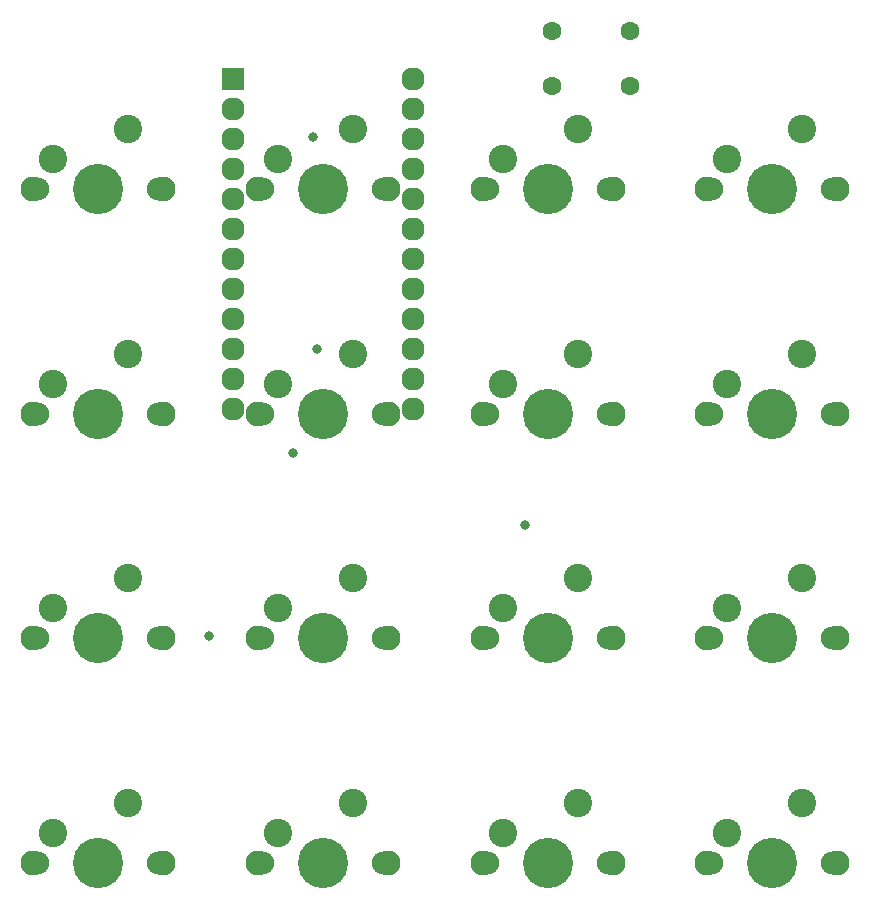
<source format=gbr>
%TF.GenerationSoftware,Altium Limited,Altium Designer,20.1.12 (249)*%
G04 Layer_Color=16711935*
%FSLAX26Y26*%
%MOIN*%
%TF.SameCoordinates,D75832AC-A100-412D-90FB-EBA7F01B91C8*%
%TF.FilePolarity,Negative*%
%TF.FileFunction,Soldermask,Bot*%
%TF.Part,Single*%
G01*
G75*
%TA.AperFunction,ComponentPad*%
%ADD22C,0.167449*%
%ADD23C,0.082803*%
%ADD24C,0.074929*%
%ADD25C,0.094614*%
%ADD26C,0.077016*%
%ADD27R,0.077016X0.077016*%
%ADD28C,0.063118*%
%TA.AperFunction,ViaPad*%
%ADD29C,0.031622*%
D22*
X1087382Y1832165D02*
D03*
X1836594Y2581378D02*
D03*
X1087389Y2581381D02*
D03*
X338169Y333740D02*
D03*
X1087382D02*
D03*
X1836594Y333740D02*
D03*
X2585807D02*
D03*
X1836605Y1082953D02*
D03*
X338169D02*
D03*
X1087382D02*
D03*
X2585807Y1082953D02*
D03*
X338169Y1832165D02*
D03*
X1836605D02*
D03*
X2585807Y1832165D02*
D03*
X338176Y2581381D02*
D03*
X2585807Y2581378D02*
D03*
D23*
X1303917Y1832165D02*
D03*
X870846D02*
D03*
X2053130Y2581378D02*
D03*
X1620059D02*
D03*
X1303925Y2581381D02*
D03*
X870854D02*
D03*
X554705Y333740D02*
D03*
X121634D02*
D03*
X1303917D02*
D03*
X870846D02*
D03*
X2053130Y333740D02*
D03*
X1620059D02*
D03*
X2802343D02*
D03*
X2369272D02*
D03*
X2053140Y1082953D02*
D03*
X1620070D02*
D03*
X554705D02*
D03*
X121634D02*
D03*
X1303918D02*
D03*
X870846D02*
D03*
X2802343Y1082953D02*
D03*
X2369272D02*
D03*
X554705Y1832165D02*
D03*
X121634D02*
D03*
X2053140D02*
D03*
X1620069D02*
D03*
X2802343Y1832165D02*
D03*
X2369272D02*
D03*
X554712Y2581381D02*
D03*
X121641D02*
D03*
X2802343Y2581378D02*
D03*
X2369272D02*
D03*
D24*
X1287382Y1832165D02*
D03*
X887382D02*
D03*
X2036594Y2581378D02*
D03*
X1636594D02*
D03*
X1287389Y2581381D02*
D03*
X887389D02*
D03*
X538169Y333740D02*
D03*
X138169D02*
D03*
X1287382D02*
D03*
X887382D02*
D03*
X2036594Y333740D02*
D03*
X1636594D02*
D03*
X2785807D02*
D03*
X2385807D02*
D03*
X2036605Y1082953D02*
D03*
X1636605D02*
D03*
X538169D02*
D03*
X138169D02*
D03*
X1287382D02*
D03*
X887382D02*
D03*
X2785807Y1082953D02*
D03*
X2385807D02*
D03*
X538169Y1832165D02*
D03*
X138169D02*
D03*
X2036605D02*
D03*
X1636605D02*
D03*
X2785807Y1832165D02*
D03*
X2385807D02*
D03*
X538176Y2581381D02*
D03*
X138176D02*
D03*
X2785807Y2581378D02*
D03*
X2385807D02*
D03*
D25*
X1187382Y2032165D02*
D03*
X937382Y1932165D02*
D03*
X1936594Y2781378D02*
D03*
X1686594Y2681378D02*
D03*
X1187389Y2781381D02*
D03*
X937389Y2681381D02*
D03*
X438169Y533740D02*
D03*
X188169Y433740D02*
D03*
X1187382Y533740D02*
D03*
X937382Y433740D02*
D03*
X1936594Y533740D02*
D03*
X1686594Y433740D02*
D03*
X2685807Y533740D02*
D03*
X2435807Y433740D02*
D03*
X1936605Y1282953D02*
D03*
X1686605Y1182953D02*
D03*
X438169Y1282953D02*
D03*
X188169Y1182953D02*
D03*
X1187382Y1282953D02*
D03*
X937382Y1182953D02*
D03*
X2685807Y1282953D02*
D03*
X2435807Y1182953D02*
D03*
X438169Y2032165D02*
D03*
X188169Y1932165D02*
D03*
X1936605Y2032165D02*
D03*
X1686605Y1932165D02*
D03*
X2685807Y2032165D02*
D03*
X2435807Y1932165D02*
D03*
X438176Y2781381D02*
D03*
X188176Y2681381D02*
D03*
X2685807Y2781378D02*
D03*
X2435807Y2681378D02*
D03*
D26*
X787795Y2249213D02*
D03*
Y2849213D02*
D03*
Y2649213D02*
D03*
Y2449213D02*
D03*
Y2549213D02*
D03*
Y2049213D02*
D03*
Y2149213D02*
D03*
Y1849213D02*
D03*
Y2749213D02*
D03*
Y2349213D02*
D03*
Y1949213D02*
D03*
X1387795Y2249213D02*
D03*
Y2949213D02*
D03*
Y2649213D02*
D03*
Y2849213D02*
D03*
Y2449213D02*
D03*
Y2549213D02*
D03*
Y2049213D02*
D03*
Y2149213D02*
D03*
Y1849213D02*
D03*
Y2349213D02*
D03*
Y1949213D02*
D03*
Y2749213D02*
D03*
D27*
X787795Y2949213D02*
D03*
D28*
X2112598Y3106693D02*
D03*
Y2925591D02*
D03*
X1852756Y3106693D02*
D03*
Y2925591D02*
D03*
D29*
X1068898Y2048228D02*
D03*
X989173Y1700787D02*
D03*
X708661Y1091535D02*
D03*
X1759842Y1461614D02*
D03*
X1053150Y2755905D02*
D03*
%TF.MD5,199f8e37d9ceb094f4ba6f33759bc6bd*%
M02*

</source>
